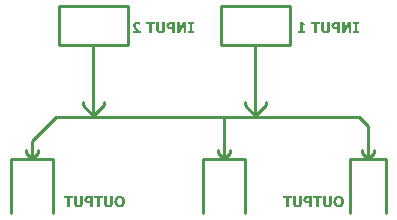
<source format=gbr>
%TF.GenerationSoftware,Altium Limited,Altium Designer,24.4.1 (13)*%
G04 Layer_Color=32896*
%FSLAX45Y45*%
%MOMM*%
%TF.SameCoordinates,7B1AB626-E082-4622-BD47-E970353866B2*%
%TF.FilePolarity,Positive*%
%TF.FileFunction,Legend,Bot*%
%TF.Part,Single*%
G01*
G75*
%TA.AperFunction,NonConductor*%
%ADD20C,0.25400*%
G36*
X7597616Y12033441D02*
X7600474Y12033250D01*
X7603141Y12032869D01*
X7605522Y12032583D01*
X7606665Y12032393D01*
X7607618Y12032202D01*
X7608475Y12032012D01*
X7609237Y12031821D01*
X7609808Y12031726D01*
X7610285Y12031631D01*
X7610570Y12031536D01*
X7610665D01*
X7612189Y12031154D01*
X7613523Y12030869D01*
X7614857Y12030488D01*
X7616095Y12030107D01*
X7617142Y12029821D01*
X7618095Y12029535D01*
X7619048Y12029154D01*
X7619809Y12028964D01*
X7620476Y12028678D01*
X7621143Y12028392D01*
X7622000Y12028011D01*
X7622572Y12027821D01*
X7622762Y12027726D01*
Y12007818D01*
X7621048D01*
X7620571Y12008104D01*
X7620000Y12008390D01*
X7618952Y12009152D01*
X7618476Y12009437D01*
X7618095Y12009723D01*
X7617809Y12009818D01*
X7617714Y12009914D01*
X7615904Y12011057D01*
X7614952Y12011533D01*
X7614095Y12012009D01*
X7613428Y12012295D01*
X7612761Y12012581D01*
X7612380Y12012771D01*
X7612285Y12012866D01*
X7609999Y12013819D01*
X7608951Y12014105D01*
X7607998Y12014486D01*
X7607141Y12014676D01*
X7606570Y12014867D01*
X7606094Y12015057D01*
X7605998D01*
X7603617Y12015629D01*
X7602569Y12015819D01*
X7601521Y12015914D01*
X7600664Y12016010D01*
X7599426D01*
X7596949Y12015819D01*
X7594854Y12015438D01*
X7593044Y12014962D01*
X7591520Y12014295D01*
X7590282Y12013628D01*
X7589425Y12013152D01*
X7588948Y12012771D01*
X7588758Y12012581D01*
X7587425Y12011152D01*
X7586472Y12009628D01*
X7585805Y12007913D01*
X7585329Y12006390D01*
X7585043Y12004866D01*
X7584948Y12004294D01*
Y12003723D01*
X7584853Y12003341D01*
Y12002961D01*
Y12002770D01*
Y12002675D01*
X7584948Y12000579D01*
X7585329Y11998579D01*
X7585805Y11996674D01*
X7586377Y11995055D01*
X7586948Y11993626D01*
X7587234Y11993054D01*
X7587425Y11992578D01*
X7587615Y11992197D01*
X7587805Y11991911D01*
X7587901Y11991721D01*
Y11991626D01*
X7589234Y11989530D01*
X7590663Y11987435D01*
X7592282Y11985339D01*
X7593901Y11983434D01*
X7595330Y11981720D01*
X7595997Y11980958D01*
X7596568Y11980386D01*
X7596949Y11979815D01*
X7597330Y11979434D01*
X7597521Y11979243D01*
X7597616Y11979148D01*
X7599617Y11977053D01*
X7601712Y11975052D01*
X7603712Y11973147D01*
X7605617Y11971337D01*
X7607237Y11969813D01*
X7607998Y11969242D01*
X7608570Y11968671D01*
X7609046Y11968194D01*
X7609427Y11967908D01*
X7609618Y11967718D01*
X7609713Y11967623D01*
X7612285Y11965337D01*
X7614952Y11963146D01*
X7617524Y11960955D01*
X7619905Y11958955D01*
X7620952Y11958098D01*
X7621905Y11957336D01*
X7622762Y11956574D01*
X7623524Y11956002D01*
X7624096Y11955526D01*
X7624572Y11955145D01*
X7624858Y11954954D01*
X7624953Y11954859D01*
Y11939905D01*
X7557516D01*
Y11957241D01*
X7596473D01*
X7595425Y11958003D01*
X7594282Y11958860D01*
X7593044Y11959907D01*
X7591806Y11960860D01*
X7590663Y11961813D01*
X7589710Y11962574D01*
X7589329Y11962860D01*
X7589044Y11963051D01*
X7588948Y11963241D01*
X7588853D01*
X7586853Y11964861D01*
X7584948Y11966575D01*
X7583138Y11968194D01*
X7581519Y11969718D01*
X7580090Y11971052D01*
X7579519Y11971623D01*
X7579042Y11972100D01*
X7578661Y11972481D01*
X7578376Y11972766D01*
X7578185Y11972957D01*
X7578090Y11973052D01*
X7576471Y11974671D01*
X7575042Y11976386D01*
X7573613Y11977910D01*
X7572375Y11979434D01*
X7571232Y11980958D01*
X7570184Y11982291D01*
X7569232Y11983625D01*
X7568470Y11984768D01*
X7567708Y11985911D01*
X7567136Y11986863D01*
X7566565Y11987721D01*
X7566184Y11988483D01*
X7565803Y11989054D01*
X7565612Y11989435D01*
X7565422Y11989721D01*
Y11989816D01*
X7564088Y11992769D01*
X7563136Y11995626D01*
X7562469Y11998293D01*
X7561993Y12000674D01*
X7561802Y12001817D01*
X7561707Y12002770D01*
X7561612Y12003627D01*
Y12004294D01*
X7561517Y12004961D01*
Y12005342D01*
Y12005627D01*
Y12005723D01*
X7561612Y12008104D01*
X7561898Y12010390D01*
X7562278Y12012486D01*
X7562850Y12014486D01*
X7563517Y12016296D01*
X7564184Y12018010D01*
X7564945Y12019534D01*
X7565708Y12020963D01*
X7566565Y12022106D01*
X7567327Y12023249D01*
X7567994Y12024106D01*
X7568660Y12024868D01*
X7569232Y12025440D01*
X7569613Y12025821D01*
X7569898Y12026106D01*
X7569994Y12026201D01*
X7571613Y12027535D01*
X7573423Y12028583D01*
X7575423Y12029631D01*
X7577423Y12030488D01*
X7579424Y12031154D01*
X7581519Y12031726D01*
X7583519Y12032202D01*
X7585519Y12032583D01*
X7587425Y12032964D01*
X7589139Y12033155D01*
X7590663Y12033345D01*
X7592092Y12033441D01*
X7593235Y12033536D01*
X7594759D01*
X7597616Y12033441D01*
D02*
G37*
G36*
X8012430Y11939905D02*
X7991380D01*
Y12003818D01*
X7956042Y11939905D01*
X7933849D01*
Y12031631D01*
X7954899D01*
Y11979053D01*
X7984236Y12031631D01*
X8012430D01*
Y11939905D01*
D02*
G37*
G36*
X7833550Y11972957D02*
X7833455Y11969813D01*
X7833074Y11966956D01*
X7832598Y11964194D01*
X7832027Y11961622D01*
X7831264Y11959336D01*
X7830407Y11957145D01*
X7829550Y11955240D01*
X7828597Y11953526D01*
X7827645Y11951906D01*
X7826788Y11950573D01*
X7825930Y11949430D01*
X7825168Y11948573D01*
X7824597Y11947811D01*
X7824025Y11947239D01*
X7823740Y11946953D01*
X7823644Y11946858D01*
X7821644Y11945334D01*
X7819549Y11943906D01*
X7817263Y11942763D01*
X7814977Y11941715D01*
X7812595Y11940857D01*
X7810214Y11940191D01*
X7807928Y11939619D01*
X7805642Y11939143D01*
X7803547Y11938762D01*
X7801547Y11938476D01*
X7799737Y11938286D01*
X7798213Y11938095D01*
X7796974D01*
X7796022Y11938000D01*
X7795165D01*
X7791736Y11938095D01*
X7788497Y11938381D01*
X7785449Y11938857D01*
X7782592Y11939429D01*
X7780020Y11940096D01*
X7777734Y11940857D01*
X7775543Y11941715D01*
X7773638Y11942572D01*
X7771924Y11943334D01*
X7770495Y11944191D01*
X7769257Y11944953D01*
X7768209Y11945620D01*
X7767447Y11946191D01*
X7766875Y11946668D01*
X7766494Y11946953D01*
X7766399Y11947049D01*
X7764685Y11948858D01*
X7763161Y11950763D01*
X7761923Y11952859D01*
X7760779Y11954954D01*
X7759827Y11957050D01*
X7759065Y11959241D01*
X7758398Y11961431D01*
X7757922Y11963432D01*
X7757541Y11965432D01*
X7757160Y11967242D01*
X7756969Y11968861D01*
X7756874Y11970290D01*
X7756779Y11971433D01*
X7756684Y11972290D01*
Y11972861D01*
Y11973052D01*
Y12031631D01*
X7779734D01*
Y11974386D01*
Y11972576D01*
X7779925Y11970956D01*
X7780115Y11969337D01*
X7780306Y11968004D01*
X7780591Y11966670D01*
X7780973Y11965527D01*
X7781258Y11964384D01*
X7781639Y11963527D01*
X7782020Y11962670D01*
X7782306Y11961908D01*
X7782687Y11961336D01*
X7782973Y11960860D01*
X7783163Y11960479D01*
X7783354Y11960193D01*
X7783544Y11960098D01*
Y11960003D01*
X7784306Y11959241D01*
X7785068Y11958574D01*
X7786878Y11957431D01*
X7788878Y11956669D01*
X7790783Y11956097D01*
X7792498Y11955812D01*
X7793260Y11955621D01*
X7793831D01*
X7794403Y11955526D01*
X7795165D01*
X7796689Y11955621D01*
X7798022Y11955716D01*
X7799260Y11956002D01*
X7800499Y11956288D01*
X7801547Y11956574D01*
X7802499Y11957050D01*
X7803356Y11957431D01*
X7804118Y11957907D01*
X7804785Y11958288D01*
X7805357Y11958764D01*
X7806309Y11959431D01*
X7806785Y11960003D01*
X7806976Y11960098D01*
Y11960193D01*
X7807547Y11961146D01*
X7808119Y11962193D01*
X7808976Y11964384D01*
X7809643Y11966766D01*
X7810024Y11969051D01*
X7810214Y11970099D01*
X7810309Y11971147D01*
X7810405Y11972004D01*
Y11972861D01*
X7810500Y11973433D01*
Y11974004D01*
Y11974290D01*
Y11974386D01*
Y12031631D01*
X7833550D01*
Y11972957D01*
D02*
G37*
G36*
X8077200Y12015629D02*
X8064055D01*
Y11955907D01*
X8077200D01*
Y11939905D01*
X8027860D01*
Y11955907D01*
X8041005D01*
Y12015629D01*
X8027860D01*
Y12031631D01*
X8077200D01*
Y12015629D01*
D02*
G37*
G36*
X7915180Y11939905D02*
X7892129D01*
Y11969909D01*
X7878318D01*
X7876604Y11970004D01*
X7875175Y11970194D01*
X7873841Y11970290D01*
X7872794Y11970480D01*
X7871936Y11970576D01*
X7871460Y11970671D01*
X7871269D01*
X7869841Y11970956D01*
X7868412Y11971337D01*
X7867174Y11971718D01*
X7866031Y11972100D01*
X7865174Y11972385D01*
X7864411Y11972671D01*
X7864030Y11972766D01*
X7863840Y11972861D01*
X7862602Y11973433D01*
X7861459Y11974004D01*
X7860411Y11974576D01*
X7859554Y11975147D01*
X7858792Y11975624D01*
X7858220Y11976005D01*
X7857839Y11976195D01*
X7857744Y11976291D01*
X7855744Y11977910D01*
X7854791Y11978672D01*
X7854029Y11979338D01*
X7853363Y11979910D01*
X7852886Y11980386D01*
X7852600Y11980672D01*
X7852505Y11980767D01*
X7851172Y11982291D01*
X7850029Y11983911D01*
X7848981Y11985530D01*
X7848124Y11987054D01*
X7847552Y11988387D01*
X7847076Y11989435D01*
X7846885Y11989816D01*
X7846790Y11990102D01*
X7846695Y11990292D01*
Y11990387D01*
X7846028Y11992578D01*
X7845457Y11994769D01*
X7845076Y11996864D01*
X7844885Y11998674D01*
X7844695Y12000293D01*
Y12000960D01*
X7844599Y12001532D01*
Y12002008D01*
Y12002389D01*
Y12002580D01*
Y12002675D01*
X7844695Y12005532D01*
X7845076Y12008104D01*
X7845457Y12010485D01*
X7846028Y12012486D01*
X7846314Y12013343D01*
X7846504Y12014105D01*
X7846790Y12014771D01*
X7846981Y12015248D01*
X7847171Y12015724D01*
X7847362Y12016010D01*
X7847457Y12016200D01*
Y12016296D01*
X7848600Y12018391D01*
X7849934Y12020201D01*
X7851267Y12021820D01*
X7852505Y12023058D01*
X7853648Y12024106D01*
X7854601Y12024868D01*
X7854982Y12025154D01*
X7855267Y12025344D01*
X7855363Y12025535D01*
X7855458D01*
X7857268Y12026678D01*
X7859077Y12027535D01*
X7860792Y12028392D01*
X7862411Y12028964D01*
X7863840Y12029535D01*
X7864411Y12029726D01*
X7864983Y12029821D01*
X7865364Y12029916D01*
X7865650Y12030011D01*
X7865840Y12030107D01*
X7865935D01*
X7868126Y12030583D01*
X7870507Y12030964D01*
X7872794Y12031250D01*
X7874889Y12031440D01*
X7875937Y12031536D01*
X7876794D01*
X7877651Y12031631D01*
X7915180D01*
Y11939905D01*
D02*
G37*
G36*
X7748492Y12014105D02*
X7721346D01*
Y11939905D01*
X7698295D01*
Y12014105D01*
X7671149D01*
Y12031631D01*
X7748492D01*
Y12014105D01*
D02*
G37*
G36*
X9409430Y11939905D02*
X9388380D01*
Y12003818D01*
X9353042Y11939905D01*
X9330849D01*
Y12031631D01*
X9351899D01*
Y11979053D01*
X9381236Y12031631D01*
X9409430D01*
Y11939905D01*
D02*
G37*
G36*
X9230550Y11972957D02*
X9230455Y11969813D01*
X9230074Y11966956D01*
X9229598Y11964194D01*
X9229026Y11961622D01*
X9228265Y11959336D01*
X9227407Y11957145D01*
X9226550Y11955240D01*
X9225598Y11953526D01*
X9224645Y11951906D01*
X9223788Y11950573D01*
X9222930Y11949430D01*
X9222168Y11948573D01*
X9221597Y11947811D01*
X9221025Y11947239D01*
X9220740Y11946953D01*
X9220645Y11946858D01*
X9218644Y11945334D01*
X9216549Y11943906D01*
X9214263Y11942763D01*
X9211977Y11941715D01*
X9209595Y11940857D01*
X9207214Y11940191D01*
X9204928Y11939619D01*
X9202642Y11939143D01*
X9200547Y11938762D01*
X9198546Y11938476D01*
X9196737Y11938286D01*
X9195213Y11938095D01*
X9193975D01*
X9193022Y11938000D01*
X9192165D01*
X9188736Y11938095D01*
X9185497Y11938381D01*
X9182449Y11938857D01*
X9179592Y11939429D01*
X9177020Y11940096D01*
X9174734Y11940857D01*
X9172543Y11941715D01*
X9170638Y11942572D01*
X9168924Y11943334D01*
X9167495Y11944191D01*
X9166257Y11944953D01*
X9165209Y11945620D01*
X9164447Y11946191D01*
X9163875Y11946668D01*
X9163495Y11946953D01*
X9163399Y11947049D01*
X9161685Y11948858D01*
X9160161Y11950763D01*
X9158922Y11952859D01*
X9157779Y11954954D01*
X9156827Y11957050D01*
X9156065Y11959241D01*
X9155398Y11961431D01*
X9154922Y11963432D01*
X9154541Y11965432D01*
X9154160Y11967242D01*
X9153969Y11968861D01*
X9153874Y11970290D01*
X9153779Y11971433D01*
X9153684Y11972290D01*
Y11972861D01*
Y11973052D01*
Y12031631D01*
X9176734D01*
Y11974386D01*
Y11972576D01*
X9176925Y11970956D01*
X9177115Y11969337D01*
X9177306Y11968004D01*
X9177591Y11966670D01*
X9177972Y11965527D01*
X9178258Y11964384D01*
X9178639Y11963527D01*
X9179020Y11962670D01*
X9179306Y11961908D01*
X9179687Y11961336D01*
X9179973Y11960860D01*
X9180163Y11960479D01*
X9180354Y11960193D01*
X9180544Y11960098D01*
Y11960003D01*
X9181306Y11959241D01*
X9182068Y11958574D01*
X9183878Y11957431D01*
X9185878Y11956669D01*
X9187783Y11956097D01*
X9189498Y11955812D01*
X9190260Y11955621D01*
X9190831D01*
X9191403Y11955526D01*
X9192165D01*
X9193689Y11955621D01*
X9195022Y11955716D01*
X9196260Y11956002D01*
X9197499Y11956288D01*
X9198546Y11956574D01*
X9199499Y11957050D01*
X9200356Y11957431D01*
X9201118Y11957907D01*
X9201785Y11958288D01*
X9202356Y11958764D01*
X9203309Y11959431D01*
X9203785Y11960003D01*
X9203976Y11960098D01*
Y11960193D01*
X9204547Y11961146D01*
X9205119Y11962193D01*
X9205976Y11964384D01*
X9206643Y11966766D01*
X9207024Y11969051D01*
X9207214Y11970099D01*
X9207309Y11971147D01*
X9207405Y11972004D01*
Y11972861D01*
X9207500Y11973433D01*
Y11974004D01*
Y11974290D01*
Y11974386D01*
Y12031631D01*
X9230550D01*
Y11972957D01*
D02*
G37*
G36*
X9474200Y12015629D02*
X9461055D01*
Y11955907D01*
X9474200D01*
Y11939905D01*
X9424860D01*
Y11955907D01*
X9438005D01*
Y12015629D01*
X9424860D01*
Y12031631D01*
X9474200D01*
Y12015629D01*
D02*
G37*
G36*
X9312180Y11939905D02*
X9289129D01*
Y11969909D01*
X9275318D01*
X9273604Y11970004D01*
X9272175Y11970194D01*
X9270841Y11970290D01*
X9269794Y11970480D01*
X9268936Y11970576D01*
X9268460Y11970671D01*
X9268269D01*
X9266841Y11970956D01*
X9265412Y11971337D01*
X9264174Y11971718D01*
X9263031Y11972100D01*
X9262174Y11972385D01*
X9261411Y11972671D01*
X9261030Y11972766D01*
X9260840Y11972861D01*
X9259602Y11973433D01*
X9258459Y11974004D01*
X9257411Y11974576D01*
X9256554Y11975147D01*
X9255792Y11975624D01*
X9255220Y11976005D01*
X9254839Y11976195D01*
X9254744Y11976291D01*
X9252744Y11977910D01*
X9251791Y11978672D01*
X9251029Y11979338D01*
X9250362Y11979910D01*
X9249886Y11980386D01*
X9249600Y11980672D01*
X9249505Y11980767D01*
X9248172Y11982291D01*
X9247029Y11983911D01*
X9245981Y11985530D01*
X9245124Y11987054D01*
X9244552Y11988387D01*
X9244076Y11989435D01*
X9243885Y11989816D01*
X9243790Y11990102D01*
X9243695Y11990292D01*
Y11990387D01*
X9243028Y11992578D01*
X9242457Y11994769D01*
X9242076Y11996864D01*
X9241885Y11998674D01*
X9241695Y12000293D01*
Y12000960D01*
X9241599Y12001532D01*
Y12002008D01*
Y12002389D01*
Y12002580D01*
Y12002675D01*
X9241695Y12005532D01*
X9242076Y12008104D01*
X9242457Y12010485D01*
X9243028Y12012486D01*
X9243314Y12013343D01*
X9243505Y12014105D01*
X9243790Y12014771D01*
X9243981Y12015248D01*
X9244171Y12015724D01*
X9244362Y12016010D01*
X9244457Y12016200D01*
Y12016296D01*
X9245600Y12018391D01*
X9246934Y12020201D01*
X9248267Y12021820D01*
X9249505Y12023058D01*
X9250648Y12024106D01*
X9251601Y12024868D01*
X9251982Y12025154D01*
X9252268Y12025344D01*
X9252363Y12025535D01*
X9252458D01*
X9254268Y12026678D01*
X9256078Y12027535D01*
X9257792Y12028392D01*
X9259411Y12028964D01*
X9260840Y12029535D01*
X9261411Y12029726D01*
X9261983Y12029821D01*
X9262364Y12029916D01*
X9262650Y12030011D01*
X9262840Y12030107D01*
X9262935D01*
X9265126Y12030583D01*
X9267508Y12030964D01*
X9269794Y12031250D01*
X9271889Y12031440D01*
X9272937Y12031536D01*
X9273794D01*
X9274651Y12031631D01*
X9312180D01*
Y11939905D01*
D02*
G37*
G36*
X9145492Y12014105D02*
X9118346D01*
Y11939905D01*
X9095295D01*
Y12014105D01*
X9068149D01*
Y12031631D01*
X9145492D01*
Y12014105D01*
D02*
G37*
G36*
X8997855Y12030583D02*
X8998140Y12029345D01*
X8998426Y12028297D01*
X8998712Y12027440D01*
X8998998Y12026678D01*
X8999283Y12026201D01*
X8999474Y12025821D01*
X8999569Y12025725D01*
X9000236Y12024868D01*
X9000998Y12024106D01*
X9001760Y12023344D01*
X9002427Y12022773D01*
X9003093Y12022296D01*
X9003665Y12022011D01*
X9004046Y12021820D01*
X9004141Y12021725D01*
X9005189Y12021248D01*
X9006237Y12020963D01*
X9007380Y12020582D01*
X9008523Y12020391D01*
X9009475Y12020201D01*
X9010237Y12020010D01*
X9010713Y12019915D01*
X9010904D01*
X9012428Y12019724D01*
X9013952Y12019629D01*
X9015381Y12019534D01*
X9016619D01*
X9017762Y12019439D01*
X9019286D01*
Y12004484D01*
X8999950D01*
Y11955907D01*
X9019286D01*
Y11939905D01*
X8958612D01*
Y11955907D01*
X8977566D01*
Y12031916D01*
X8997759D01*
X8997855Y12030583D01*
D02*
G37*
G36*
X7391749Y10499757D02*
X7391654Y10496613D01*
X7391273Y10493756D01*
X7390797Y10490994D01*
X7390225Y10488422D01*
X7389463Y10486136D01*
X7388606Y10483945D01*
X7387749Y10482040D01*
X7386796Y10480326D01*
X7385844Y10478706D01*
X7384987Y10477373D01*
X7384129Y10476230D01*
X7383367Y10475373D01*
X7382796Y10474611D01*
X7382224Y10474039D01*
X7381938Y10473753D01*
X7381843Y10473658D01*
X7379843Y10472134D01*
X7377747Y10470705D01*
X7375462Y10469563D01*
X7373175Y10468515D01*
X7370794Y10467657D01*
X7368413Y10466991D01*
X7366127Y10466419D01*
X7363841Y10465943D01*
X7361745Y10465562D01*
X7359745Y10465276D01*
X7357935Y10465086D01*
X7356412Y10464895D01*
X7355173D01*
X7354221Y10464800D01*
X7353364D01*
X7349934Y10464895D01*
X7346696Y10465181D01*
X7343648Y10465657D01*
X7340790Y10466229D01*
X7338219Y10466895D01*
X7335933Y10467657D01*
X7333742Y10468515D01*
X7331837Y10469372D01*
X7330123Y10470134D01*
X7328694Y10470991D01*
X7327455Y10471753D01*
X7326408Y10472420D01*
X7325646Y10472991D01*
X7325074Y10473468D01*
X7324693Y10473753D01*
X7324598Y10473849D01*
X7322884Y10475659D01*
X7321359Y10477563D01*
X7320121Y10479659D01*
X7318978Y10481754D01*
X7318026Y10483850D01*
X7317264Y10486041D01*
X7316597Y10488231D01*
X7316121Y10490232D01*
X7315740Y10492232D01*
X7315359Y10494042D01*
X7315168Y10495661D01*
X7315073Y10497090D01*
X7314978Y10498233D01*
X7314883Y10499090D01*
Y10499661D01*
Y10499852D01*
Y10558431D01*
X7337933D01*
Y10501186D01*
Y10499376D01*
X7338124Y10497756D01*
X7338314Y10496137D01*
X7338504Y10494804D01*
X7338790Y10493470D01*
X7339171Y10492327D01*
X7339457Y10491184D01*
X7339838Y10490327D01*
X7340219Y10489470D01*
X7340505Y10488708D01*
X7340886Y10488136D01*
X7341172Y10487660D01*
X7341362Y10487279D01*
X7341553Y10486993D01*
X7341743Y10486898D01*
Y10486803D01*
X7342505Y10486041D01*
X7343267Y10485374D01*
X7345077Y10484231D01*
X7347077Y10483469D01*
X7348982Y10482897D01*
X7350697Y10482612D01*
X7351458Y10482421D01*
X7352030D01*
X7352602Y10482326D01*
X7353364D01*
X7354887Y10482421D01*
X7356221Y10482516D01*
X7357459Y10482802D01*
X7358697Y10483088D01*
X7359745Y10483374D01*
X7360698Y10483850D01*
X7361555Y10484231D01*
X7362317Y10484707D01*
X7362984Y10485088D01*
X7363555Y10485564D01*
X7364508Y10486231D01*
X7364984Y10486803D01*
X7365174Y10486898D01*
Y10486993D01*
X7365746Y10487946D01*
X7366317Y10488993D01*
X7367175Y10491184D01*
X7367842Y10493566D01*
X7368223Y10495851D01*
X7368413Y10496899D01*
X7368508Y10497947D01*
X7368604Y10498804D01*
Y10499661D01*
X7368699Y10500233D01*
Y10500804D01*
Y10501090D01*
Y10501186D01*
Y10558431D01*
X7391749D01*
Y10499757D01*
D02*
G37*
G36*
X7138289D02*
X7138194Y10496613D01*
X7137813Y10493756D01*
X7137337Y10490994D01*
X7136765Y10488422D01*
X7136003Y10486136D01*
X7135146Y10483945D01*
X7134288Y10482040D01*
X7133336Y10480326D01*
X7132384Y10478706D01*
X7131526Y10477373D01*
X7130669Y10476230D01*
X7129907Y10475373D01*
X7129335Y10474611D01*
X7128764Y10474039D01*
X7128478Y10473753D01*
X7128383Y10473658D01*
X7126383Y10472134D01*
X7124287Y10470705D01*
X7122001Y10469563D01*
X7119715Y10468515D01*
X7117334Y10467657D01*
X7114953Y10466991D01*
X7112667Y10466419D01*
X7110381Y10465943D01*
X7108285Y10465562D01*
X7106285Y10465276D01*
X7104475Y10465086D01*
X7102951Y10464895D01*
X7101713D01*
X7100760Y10464800D01*
X7099903D01*
X7096474Y10464895D01*
X7093236Y10465181D01*
X7090188Y10465657D01*
X7087330Y10466229D01*
X7084758Y10466895D01*
X7082473Y10467657D01*
X7080282Y10468515D01*
X7078377Y10469372D01*
X7076662Y10470134D01*
X7075234Y10470991D01*
X7073995Y10471753D01*
X7072947Y10472420D01*
X7072185Y10472991D01*
X7071614Y10473468D01*
X7071233Y10473753D01*
X7071138Y10473849D01*
X7069423Y10475659D01*
X7067899Y10477563D01*
X7066661Y10479659D01*
X7065518Y10481754D01*
X7064565Y10483850D01*
X7063804Y10486041D01*
X7063137Y10488231D01*
X7062660Y10490232D01*
X7062279Y10492232D01*
X7061898Y10494042D01*
X7061708Y10495661D01*
X7061613Y10497090D01*
X7061517Y10498233D01*
X7061422Y10499090D01*
Y10499661D01*
Y10499852D01*
Y10558431D01*
X7084473D01*
Y10501186D01*
Y10499376D01*
X7084663Y10497756D01*
X7084854Y10496137D01*
X7085044Y10494804D01*
X7085330Y10493470D01*
X7085711Y10492327D01*
X7085997Y10491184D01*
X7086378Y10490327D01*
X7086759Y10489470D01*
X7087044Y10488708D01*
X7087425Y10488136D01*
X7087711Y10487660D01*
X7087902Y10487279D01*
X7088092Y10486993D01*
X7088283Y10486898D01*
Y10486803D01*
X7089045Y10486041D01*
X7089807Y10485374D01*
X7091617Y10484231D01*
X7093617Y10483469D01*
X7095522Y10482897D01*
X7097236Y10482612D01*
X7097998Y10482421D01*
X7098570D01*
X7099141Y10482326D01*
X7099903D01*
X7101427Y10482421D01*
X7102761Y10482516D01*
X7103999Y10482802D01*
X7105237Y10483088D01*
X7106285Y10483374D01*
X7107237Y10483850D01*
X7108095Y10484231D01*
X7108857Y10484707D01*
X7109524Y10485088D01*
X7110095Y10485564D01*
X7111047Y10486231D01*
X7111524Y10486803D01*
X7111714Y10486898D01*
Y10486993D01*
X7112286Y10487946D01*
X7112857Y10488993D01*
X7113714Y10491184D01*
X7114381Y10493566D01*
X7114762Y10495851D01*
X7114953Y10496899D01*
X7115048Y10497947D01*
X7115143Y10498804D01*
Y10499661D01*
X7115238Y10500233D01*
Y10500804D01*
Y10501090D01*
Y10501186D01*
Y10558431D01*
X7138289D01*
Y10499757D01*
D02*
G37*
G36*
X7306691Y10540905D02*
X7279545D01*
Y10466705D01*
X7256494D01*
Y10540905D01*
X7229348D01*
Y10558431D01*
X7306691D01*
Y10540905D01*
D02*
G37*
G36*
X7219918Y10466705D02*
X7196868D01*
Y10496709D01*
X7183057D01*
X7181342Y10496804D01*
X7179913Y10496994D01*
X7178580Y10497090D01*
X7177532Y10497280D01*
X7176675Y10497376D01*
X7176198Y10497471D01*
X7176008D01*
X7174579Y10497756D01*
X7173150Y10498137D01*
X7171912Y10498518D01*
X7170769Y10498899D01*
X7169912Y10499185D01*
X7169150Y10499471D01*
X7168769Y10499566D01*
X7168578Y10499661D01*
X7167340Y10500233D01*
X7166197Y10500804D01*
X7165149Y10501376D01*
X7164292Y10501947D01*
X7163530Y10502424D01*
X7162959Y10502805D01*
X7162578Y10502995D01*
X7162483Y10503091D01*
X7160482Y10504710D01*
X7159530Y10505472D01*
X7158768Y10506138D01*
X7158101Y10506710D01*
X7157625Y10507186D01*
X7157339Y10507472D01*
X7157244Y10507567D01*
X7155910Y10509091D01*
X7154767Y10510711D01*
X7153719Y10512330D01*
X7152862Y10513854D01*
X7152291Y10515187D01*
X7151814Y10516235D01*
X7151624Y10516616D01*
X7151529Y10516902D01*
X7151434Y10517092D01*
Y10517188D01*
X7150767Y10519378D01*
X7150195Y10521569D01*
X7149814Y10523664D01*
X7149624Y10525474D01*
X7149433Y10527093D01*
Y10527760D01*
X7149338Y10528332D01*
Y10528808D01*
Y10529189D01*
Y10529379D01*
Y10529475D01*
X7149433Y10532332D01*
X7149814Y10534904D01*
X7150195Y10537285D01*
X7150767Y10539286D01*
X7151053Y10540143D01*
X7151243Y10540905D01*
X7151529Y10541571D01*
X7151719Y10542048D01*
X7151910Y10542524D01*
X7152100Y10542810D01*
X7152195Y10543000D01*
Y10543096D01*
X7153338Y10545191D01*
X7154672Y10547001D01*
X7156005Y10548620D01*
X7157244Y10549858D01*
X7158387Y10550906D01*
X7159339Y10551668D01*
X7159720Y10551954D01*
X7160006Y10552144D01*
X7160101Y10552335D01*
X7160197D01*
X7162006Y10553478D01*
X7163816Y10554335D01*
X7165530Y10555192D01*
X7167150Y10555764D01*
X7168578Y10556335D01*
X7169150Y10556526D01*
X7169721Y10556621D01*
X7170103Y10556716D01*
X7170388Y10556811D01*
X7170579Y10556907D01*
X7170674D01*
X7172865Y10557383D01*
X7175246Y10557764D01*
X7177532Y10558050D01*
X7179627Y10558240D01*
X7180675Y10558336D01*
X7181533D01*
X7182390Y10558431D01*
X7219918D01*
Y10466705D01*
D02*
G37*
G36*
X7053231Y10540905D02*
X7026084D01*
Y10466705D01*
X7003034D01*
Y10540905D01*
X6975888D01*
Y10558431D01*
X7053231D01*
Y10540905D01*
D02*
G37*
G36*
X7452424Y10560241D02*
X7455948Y10559764D01*
X7459282Y10559193D01*
X7462425Y10558336D01*
X7465377Y10557383D01*
X7468044Y10556240D01*
X7470521Y10555097D01*
X7472712Y10553954D01*
X7474617Y10552716D01*
X7476331Y10551573D01*
X7477855Y10550430D01*
X7478998Y10549477D01*
X7479951Y10548620D01*
X7480617Y10548048D01*
X7481094Y10547668D01*
X7481189Y10547477D01*
X7483284Y10545001D01*
X7485094Y10542333D01*
X7486618Y10539476D01*
X7488047Y10536618D01*
X7489190Y10533666D01*
X7490143Y10530808D01*
X7490904Y10527951D01*
X7491476Y10525188D01*
X7492047Y10522617D01*
X7492333Y10520236D01*
X7492619Y10518045D01*
X7492809Y10516140D01*
X7492905Y10514616D01*
Y10514044D01*
X7493000Y10513473D01*
Y10513092D01*
Y10512806D01*
Y10512616D01*
Y10512520D01*
X7492905Y10508520D01*
X7492524Y10504710D01*
X7491952Y10501090D01*
X7491190Y10497756D01*
X7490238Y10494708D01*
X7489285Y10491851D01*
X7488237Y10489184D01*
X7487094Y10486803D01*
X7485952Y10484707D01*
X7484904Y10482897D01*
X7483951Y10481278D01*
X7482999Y10480040D01*
X7482237Y10478992D01*
X7481665Y10478230D01*
X7481284Y10477849D01*
X7481189Y10477659D01*
X7478903Y10475373D01*
X7476427Y10473373D01*
X7473759Y10471658D01*
X7471093Y10470229D01*
X7468425Y10468991D01*
X7465663Y10467943D01*
X7462996Y10467086D01*
X7460424Y10466419D01*
X7458043Y10465848D01*
X7455757Y10465467D01*
X7453757Y10465181D01*
X7452043Y10464990D01*
X7450614Y10464895D01*
X7450042D01*
X7449566Y10464800D01*
X7448614D01*
X7444804Y10464990D01*
X7441279Y10465371D01*
X7437850Y10465943D01*
X7434707Y10466800D01*
X7431849Y10467753D01*
X7429183Y10468800D01*
X7426706Y10469943D01*
X7424515Y10471182D01*
X7422515Y10472325D01*
X7420800Y10473468D01*
X7419372Y10474515D01*
X7418134Y10475468D01*
X7417181Y10476325D01*
X7416514Y10476897D01*
X7416038Y10477373D01*
X7415943Y10477468D01*
X7413847Y10479945D01*
X7412037Y10482612D01*
X7410418Y10485469D01*
X7409085Y10488327D01*
X7407942Y10491279D01*
X7406894Y10494137D01*
X7406132Y10496994D01*
X7405560Y10499757D01*
X7404989Y10502424D01*
X7404703Y10504805D01*
X7404417Y10506996D01*
X7404227Y10508806D01*
X7404132Y10509663D01*
Y10510425D01*
X7404037Y10510996D01*
Y10511568D01*
Y10511949D01*
Y10512234D01*
Y10512425D01*
Y10512520D01*
X7404132Y10516616D01*
X7404513Y10520426D01*
X7405179Y10523950D01*
X7405846Y10527379D01*
X7406799Y10530427D01*
X7407847Y10533380D01*
X7408894Y10535952D01*
X7409942Y10538333D01*
X7411085Y10540428D01*
X7412133Y10542238D01*
X7413180Y10543858D01*
X7414038Y10545096D01*
X7414800Y10546143D01*
X7415467Y10546906D01*
X7415847Y10547286D01*
X7415943Y10547477D01*
X7418229Y10549763D01*
X7420800Y10551763D01*
X7423372Y10553478D01*
X7426039Y10554906D01*
X7428802Y10556145D01*
X7431468Y10557192D01*
X7434135Y10558050D01*
X7436707Y10558716D01*
X7439184Y10559288D01*
X7441374Y10559669D01*
X7443470Y10559955D01*
X7445184Y10560145D01*
X7446613Y10560241D01*
X7447185Y10560336D01*
X7448614D01*
X7452424Y10560241D01*
D02*
G37*
G36*
X9245949Y10499757D02*
X9245854Y10496613D01*
X9245473Y10493756D01*
X9244997Y10490994D01*
X9244425Y10488422D01*
X9243663Y10486136D01*
X9242806Y10483945D01*
X9241949Y10482040D01*
X9240996Y10480326D01*
X9240044Y10478706D01*
X9239186Y10477373D01*
X9238329Y10476230D01*
X9237567Y10475373D01*
X9236996Y10474611D01*
X9236424Y10474039D01*
X9236138Y10473753D01*
X9236043Y10473658D01*
X9234043Y10472134D01*
X9231947Y10470705D01*
X9229661Y10469563D01*
X9227375Y10468515D01*
X9224994Y10467657D01*
X9222613Y10466991D01*
X9220327Y10466419D01*
X9218041Y10465943D01*
X9215945Y10465562D01*
X9213945Y10465276D01*
X9212135Y10465086D01*
X9210611Y10464895D01*
X9209373D01*
X9208421Y10464800D01*
X9207563D01*
X9204134Y10464895D01*
X9200896Y10465181D01*
X9197848Y10465657D01*
X9194990Y10466229D01*
X9192419Y10466895D01*
X9190133Y10467657D01*
X9187942Y10468515D01*
X9186037Y10469372D01*
X9184323Y10470134D01*
X9182894Y10470991D01*
X9181655Y10471753D01*
X9180608Y10472420D01*
X9179846Y10472991D01*
X9179274Y10473468D01*
X9178893Y10473753D01*
X9178798Y10473849D01*
X9177083Y10475659D01*
X9175559Y10477563D01*
X9174321Y10479659D01*
X9173178Y10481754D01*
X9172226Y10483850D01*
X9171464Y10486041D01*
X9170797Y10488231D01*
X9170321Y10490232D01*
X9169940Y10492232D01*
X9169559Y10494042D01*
X9169368Y10495661D01*
X9169273Y10497090D01*
X9169178Y10498233D01*
X9169083Y10499090D01*
Y10499661D01*
Y10499852D01*
Y10558431D01*
X9192133D01*
Y10501186D01*
Y10499376D01*
X9192323Y10497756D01*
X9192514Y10496137D01*
X9192704Y10494804D01*
X9192990Y10493470D01*
X9193371Y10492327D01*
X9193657Y10491184D01*
X9194038Y10490327D01*
X9194419Y10489470D01*
X9194705Y10488708D01*
X9195086Y10488136D01*
X9195371Y10487660D01*
X9195562Y10487279D01*
X9195753Y10486993D01*
X9195943Y10486898D01*
Y10486803D01*
X9196705Y10486041D01*
X9197467Y10485374D01*
X9199277Y10484231D01*
X9201277Y10483469D01*
X9203182Y10482897D01*
X9204896Y10482612D01*
X9205658Y10482421D01*
X9206230D01*
X9206801Y10482326D01*
X9207563D01*
X9209087Y10482421D01*
X9210421Y10482516D01*
X9211659Y10482802D01*
X9212897Y10483088D01*
X9213945Y10483374D01*
X9214898Y10483850D01*
X9215755Y10484231D01*
X9216517Y10484707D01*
X9217184Y10485088D01*
X9217755Y10485564D01*
X9218708Y10486231D01*
X9219184Y10486803D01*
X9219374Y10486898D01*
Y10486993D01*
X9219946Y10487946D01*
X9220517Y10488993D01*
X9221375Y10491184D01*
X9222041Y10493566D01*
X9222423Y10495851D01*
X9222613Y10496899D01*
X9222708Y10497947D01*
X9222803Y10498804D01*
Y10499661D01*
X9222899Y10500233D01*
Y10500804D01*
Y10501090D01*
Y10501186D01*
Y10558431D01*
X9245949D01*
Y10499757D01*
D02*
G37*
G36*
X8992489D02*
X8992394Y10496613D01*
X8992013Y10493756D01*
X8991536Y10490994D01*
X8990965Y10488422D01*
X8990203Y10486136D01*
X8989346Y10483945D01*
X8988488Y10482040D01*
X8987536Y10480326D01*
X8986584Y10478706D01*
X8985726Y10477373D01*
X8984869Y10476230D01*
X8984107Y10475373D01*
X8983535Y10474611D01*
X8982964Y10474039D01*
X8982678Y10473753D01*
X8982583Y10473658D01*
X8980583Y10472134D01*
X8978487Y10470705D01*
X8976201Y10469563D01*
X8973915Y10468515D01*
X8971534Y10467657D01*
X8969153Y10466991D01*
X8966867Y10466419D01*
X8964581Y10465943D01*
X8962485Y10465562D01*
X8960485Y10465276D01*
X8958675Y10465086D01*
X8957151Y10464895D01*
X8955913D01*
X8954960Y10464800D01*
X8954103D01*
X8950674Y10464895D01*
X8947436Y10465181D01*
X8944388Y10465657D01*
X8941530Y10466229D01*
X8938958Y10466895D01*
X8936673Y10467657D01*
X8934482Y10468515D01*
X8932577Y10469372D01*
X8930862Y10470134D01*
X8929434Y10470991D01*
X8928195Y10471753D01*
X8927147Y10472420D01*
X8926385Y10472991D01*
X8925814Y10473468D01*
X8925433Y10473753D01*
X8925338Y10473849D01*
X8923623Y10475659D01*
X8922099Y10477563D01*
X8920861Y10479659D01*
X8919718Y10481754D01*
X8918765Y10483850D01*
X8918004Y10486041D01*
X8917337Y10488231D01*
X8916860Y10490232D01*
X8916479Y10492232D01*
X8916098Y10494042D01*
X8915908Y10495661D01*
X8915813Y10497090D01*
X8915717Y10498233D01*
X8915622Y10499090D01*
Y10499661D01*
Y10499852D01*
Y10558431D01*
X8938673D01*
Y10501186D01*
Y10499376D01*
X8938863Y10497756D01*
X8939054Y10496137D01*
X8939244Y10494804D01*
X8939530Y10493470D01*
X8939911Y10492327D01*
X8940197Y10491184D01*
X8940578Y10490327D01*
X8940959Y10489470D01*
X8941244Y10488708D01*
X8941625Y10488136D01*
X8941911Y10487660D01*
X8942102Y10487279D01*
X8942292Y10486993D01*
X8942483Y10486898D01*
Y10486803D01*
X8943245Y10486041D01*
X8944007Y10485374D01*
X8945816Y10484231D01*
X8947817Y10483469D01*
X8949722Y10482897D01*
X8951436Y10482612D01*
X8952198Y10482421D01*
X8952770D01*
X8953341Y10482326D01*
X8954103D01*
X8955627Y10482421D01*
X8956961Y10482516D01*
X8958199Y10482802D01*
X8959437Y10483088D01*
X8960485Y10483374D01*
X8961437Y10483850D01*
X8962295Y10484231D01*
X8963057Y10484707D01*
X8963724Y10485088D01*
X8964295Y10485564D01*
X8965247Y10486231D01*
X8965724Y10486803D01*
X8965914Y10486898D01*
Y10486993D01*
X8966486Y10487946D01*
X8967057Y10488993D01*
X8967914Y10491184D01*
X8968581Y10493566D01*
X8968962Y10495851D01*
X8969153Y10496899D01*
X8969248Y10497947D01*
X8969343Y10498804D01*
Y10499661D01*
X8969438Y10500233D01*
Y10500804D01*
Y10501090D01*
Y10501186D01*
Y10558431D01*
X8992489D01*
Y10499757D01*
D02*
G37*
G36*
X9160891Y10540905D02*
X9133745D01*
Y10466705D01*
X9110694D01*
Y10540905D01*
X9083548D01*
Y10558431D01*
X9160891D01*
Y10540905D01*
D02*
G37*
G36*
X9074118Y10466705D02*
X9051068D01*
Y10496709D01*
X9037256D01*
X9035542Y10496804D01*
X9034113Y10496994D01*
X9032780Y10497090D01*
X9031732Y10497280D01*
X9030875Y10497376D01*
X9030398Y10497471D01*
X9030208D01*
X9028779Y10497756D01*
X9027351Y10498137D01*
X9026112Y10498518D01*
X9024969Y10498899D01*
X9024112Y10499185D01*
X9023350Y10499471D01*
X9022969Y10499566D01*
X9022778Y10499661D01*
X9021540Y10500233D01*
X9020397Y10500804D01*
X9019349Y10501376D01*
X9018492Y10501947D01*
X9017730Y10502424D01*
X9017159Y10502805D01*
X9016778Y10502995D01*
X9016683Y10503091D01*
X9014682Y10504710D01*
X9013730Y10505472D01*
X9012968Y10506138D01*
X9012301Y10506710D01*
X9011825Y10507186D01*
X9011539Y10507472D01*
X9011444Y10507567D01*
X9010110Y10509091D01*
X9008967Y10510711D01*
X9007919Y10512330D01*
X9007062Y10513854D01*
X9006491Y10515187D01*
X9006014Y10516235D01*
X9005824Y10516616D01*
X9005729Y10516902D01*
X9005634Y10517092D01*
Y10517188D01*
X9004967Y10519378D01*
X9004395Y10521569D01*
X9004014Y10523664D01*
X9003824Y10525474D01*
X9003633Y10527093D01*
Y10527760D01*
X9003538Y10528332D01*
Y10528808D01*
Y10529189D01*
Y10529379D01*
Y10529475D01*
X9003633Y10532332D01*
X9004014Y10534904D01*
X9004395Y10537285D01*
X9004967Y10539286D01*
X9005253Y10540143D01*
X9005443Y10540905D01*
X9005729Y10541571D01*
X9005919Y10542048D01*
X9006110Y10542524D01*
X9006300Y10542810D01*
X9006395Y10543000D01*
Y10543096D01*
X9007538Y10545191D01*
X9008872Y10547001D01*
X9010205Y10548620D01*
X9011444Y10549858D01*
X9012587Y10550906D01*
X9013539Y10551668D01*
X9013920Y10551954D01*
X9014206Y10552144D01*
X9014301Y10552335D01*
X9014396D01*
X9016206Y10553478D01*
X9018016Y10554335D01*
X9019731Y10555192D01*
X9021350Y10555764D01*
X9022778Y10556335D01*
X9023350Y10556526D01*
X9023921Y10556621D01*
X9024303Y10556716D01*
X9024588Y10556811D01*
X9024779Y10556907D01*
X9024874D01*
X9027065Y10557383D01*
X9029446Y10557764D01*
X9031732Y10558050D01*
X9033827Y10558240D01*
X9034875Y10558336D01*
X9035733D01*
X9036590Y10558431D01*
X9074118D01*
Y10466705D01*
D02*
G37*
G36*
X8907431Y10540905D02*
X8880284D01*
Y10466705D01*
X8857234D01*
Y10540905D01*
X8830088D01*
Y10558431D01*
X8907431D01*
Y10540905D01*
D02*
G37*
G36*
X9306623Y10560241D02*
X9310148Y10559764D01*
X9313481Y10559193D01*
X9316625Y10558336D01*
X9319577Y10557383D01*
X9322244Y10556240D01*
X9324721Y10555097D01*
X9326912Y10553954D01*
X9328817Y10552716D01*
X9330531Y10551573D01*
X9332055Y10550430D01*
X9333198Y10549477D01*
X9334151Y10548620D01*
X9334817Y10548048D01*
X9335294Y10547668D01*
X9335389Y10547477D01*
X9337484Y10545001D01*
X9339294Y10542333D01*
X9340818Y10539476D01*
X9342247Y10536618D01*
X9343390Y10533666D01*
X9344343Y10530808D01*
X9345104Y10527951D01*
X9345676Y10525188D01*
X9346247Y10522617D01*
X9346533Y10520236D01*
X9346819Y10518045D01*
X9347010Y10516140D01*
X9347105Y10514616D01*
Y10514044D01*
X9347200Y10513473D01*
Y10513092D01*
Y10512806D01*
Y10512616D01*
Y10512520D01*
X9347105Y10508520D01*
X9346724Y10504710D01*
X9346152Y10501090D01*
X9345390Y10497756D01*
X9344438Y10494708D01*
X9343485Y10491851D01*
X9342437Y10489184D01*
X9341294Y10486803D01*
X9340151Y10484707D01*
X9339104Y10482897D01*
X9338151Y10481278D01*
X9337199Y10480040D01*
X9336437Y10478992D01*
X9335865Y10478230D01*
X9335484Y10477849D01*
X9335389Y10477659D01*
X9333103Y10475373D01*
X9330626Y10473373D01*
X9327960Y10471658D01*
X9325293Y10470229D01*
X9322625Y10468991D01*
X9319863Y10467943D01*
X9317196Y10467086D01*
X9314624Y10466419D01*
X9312243Y10465848D01*
X9309957Y10465467D01*
X9307957Y10465181D01*
X9306243Y10464990D01*
X9304814Y10464895D01*
X9304242D01*
X9303766Y10464800D01*
X9302813D01*
X9299003Y10464990D01*
X9295479Y10465371D01*
X9292050Y10465943D01*
X9288907Y10466800D01*
X9286050Y10467753D01*
X9283383Y10468800D01*
X9280906Y10469943D01*
X9278715Y10471182D01*
X9276715Y10472325D01*
X9275000Y10473468D01*
X9273572Y10474515D01*
X9272333Y10475468D01*
X9271381Y10476325D01*
X9270714Y10476897D01*
X9270238Y10477373D01*
X9270143Y10477468D01*
X9268047Y10479945D01*
X9266237Y10482612D01*
X9264618Y10485469D01*
X9263285Y10488327D01*
X9262142Y10491279D01*
X9261094Y10494137D01*
X9260332Y10496994D01*
X9259760Y10499757D01*
X9259189Y10502424D01*
X9258903Y10504805D01*
X9258617Y10506996D01*
X9258427Y10508806D01*
X9258332Y10509663D01*
Y10510425D01*
X9258236Y10510996D01*
Y10511568D01*
Y10511949D01*
Y10512234D01*
Y10512425D01*
Y10512520D01*
X9258332Y10516616D01*
X9258713Y10520426D01*
X9259380Y10523950D01*
X9260046Y10527379D01*
X9260999Y10530427D01*
X9262046Y10533380D01*
X9263094Y10535952D01*
X9264142Y10538333D01*
X9265285Y10540428D01*
X9266333Y10542238D01*
X9267380Y10543858D01*
X9268238Y10545096D01*
X9269000Y10546143D01*
X9269666Y10546906D01*
X9270047Y10547286D01*
X9270143Y10547477D01*
X9272429Y10549763D01*
X9275000Y10551763D01*
X9277572Y10553478D01*
X9280239Y10554906D01*
X9283001Y10556145D01*
X9285668Y10557192D01*
X9288335Y10558050D01*
X9290907Y10558716D01*
X9293384Y10559288D01*
X9295574Y10559669D01*
X9297670Y10559955D01*
X9299384Y10560145D01*
X9300813Y10560241D01*
X9301385Y10560336D01*
X9302813D01*
X9306623Y10560241D01*
D02*
G37*
%LPC*%
G36*
X7892129Y12014486D02*
X7885462D01*
X7884128Y12014391D01*
X7882985D01*
X7882128Y12014295D01*
X7881461D01*
X7880985Y12014200D01*
X7880890D01*
X7879747Y12014105D01*
X7878604Y12013914D01*
X7877556Y12013628D01*
X7876508Y12013343D01*
X7875746Y12013057D01*
X7875079Y12012771D01*
X7874698Y12012676D01*
X7874508Y12012581D01*
X7873555Y12012104D01*
X7872698Y12011533D01*
X7872031Y12010866D01*
X7871365Y12010200D01*
X7870793Y12009628D01*
X7870412Y12009152D01*
X7870222Y12008771D01*
X7870127Y12008676D01*
X7869460Y12007628D01*
X7868984Y12006485D01*
X7868698Y12005342D01*
X7868412Y12004389D01*
X7868317Y12003437D01*
X7868221Y12002770D01*
Y12002294D01*
Y12002103D01*
Y12000579D01*
X7868317Y11999341D01*
X7868507Y11998198D01*
X7868603Y11997246D01*
X7868793Y11996483D01*
X7868984Y11995912D01*
X7869079Y11995531D01*
Y11995436D01*
X7869460Y11994483D01*
X7869936Y11993626D01*
X7870507Y11992864D01*
X7870984Y11992102D01*
X7871555Y11991531D01*
X7871936Y11991054D01*
X7872222Y11990768D01*
X7872317Y11990673D01*
X7872794Y11990292D01*
X7873270Y11989911D01*
X7874317Y11989244D01*
X7874698Y11989054D01*
X7875079Y11988863D01*
X7875365Y11988673D01*
X7875460D01*
X7876984Y11988101D01*
X7877651Y11987911D01*
X7878223Y11987816D01*
X7878699Y11987625D01*
X7879080D01*
X7879270Y11987530D01*
X7879366D01*
X7881080Y11987340D01*
X7881937Y11987244D01*
X7882699Y11987149D01*
X7883366D01*
X7883938Y11987054D01*
X7892129D01*
Y12014486D01*
D02*
G37*
G36*
X9289129D02*
X9282462D01*
X9281128Y12014391D01*
X9279985D01*
X9279128Y12014295D01*
X9278461D01*
X9277985Y12014200D01*
X9277890D01*
X9276747Y12014105D01*
X9275604Y12013914D01*
X9274556Y12013628D01*
X9273508Y12013343D01*
X9272746Y12013057D01*
X9272079Y12012771D01*
X9271698Y12012676D01*
X9271508Y12012581D01*
X9270555Y12012104D01*
X9269698Y12011533D01*
X9269031Y12010866D01*
X9268365Y12010200D01*
X9267793Y12009628D01*
X9267412Y12009152D01*
X9267222Y12008771D01*
X9267126Y12008676D01*
X9266460Y12007628D01*
X9265984Y12006485D01*
X9265698Y12005342D01*
X9265412Y12004389D01*
X9265317Y12003437D01*
X9265221Y12002770D01*
Y12002294D01*
Y12002103D01*
Y12000579D01*
X9265317Y11999341D01*
X9265507Y11998198D01*
X9265602Y11997246D01*
X9265793Y11996483D01*
X9265984Y11995912D01*
X9266079Y11995531D01*
Y11995436D01*
X9266460Y11994483D01*
X9266936Y11993626D01*
X9267508Y11992864D01*
X9267984Y11992102D01*
X9268555Y11991531D01*
X9268936Y11991054D01*
X9269222Y11990768D01*
X9269317Y11990673D01*
X9269794Y11990292D01*
X9270270Y11989911D01*
X9271318Y11989244D01*
X9271698Y11989054D01*
X9272079Y11988863D01*
X9272365Y11988673D01*
X9272460D01*
X9273984Y11988101D01*
X9274651Y11987911D01*
X9275223Y11987816D01*
X9275699Y11987625D01*
X9276080D01*
X9276270Y11987530D01*
X9276366D01*
X9278080Y11987340D01*
X9278938Y11987244D01*
X9279699Y11987149D01*
X9280366D01*
X9280938Y11987054D01*
X9289129D01*
Y12014486D01*
D02*
G37*
G36*
X7196868Y10541286D02*
X7190200D01*
X7188867Y10541191D01*
X7187724D01*
X7186867Y10541095D01*
X7186200D01*
X7185724Y10541000D01*
X7185628D01*
X7184485Y10540905D01*
X7183342Y10540714D01*
X7182294Y10540428D01*
X7181247Y10540143D01*
X7180485Y10539857D01*
X7179818Y10539571D01*
X7179437Y10539476D01*
X7179247Y10539381D01*
X7178294Y10538904D01*
X7177437Y10538333D01*
X7176770Y10537666D01*
X7176103Y10536999D01*
X7175532Y10536428D01*
X7175151Y10535952D01*
X7174960Y10535571D01*
X7174865Y10535476D01*
X7174198Y10534428D01*
X7173722Y10533285D01*
X7173436Y10532142D01*
X7173150Y10531189D01*
X7173055Y10530237D01*
X7172960Y10529570D01*
Y10529094D01*
Y10528903D01*
Y10527379D01*
X7173055Y10526141D01*
X7173246Y10524998D01*
X7173341Y10524046D01*
X7173532Y10523283D01*
X7173722Y10522712D01*
X7173817Y10522331D01*
Y10522236D01*
X7174198Y10521283D01*
X7174674Y10520426D01*
X7175246Y10519664D01*
X7175722Y10518902D01*
X7176294Y10518331D01*
X7176675Y10517854D01*
X7176960Y10517568D01*
X7177056Y10517473D01*
X7177532Y10517092D01*
X7178008Y10516711D01*
X7179056Y10516044D01*
X7179437Y10515854D01*
X7179818Y10515663D01*
X7180104Y10515473D01*
X7180199D01*
X7181723Y10514901D01*
X7182390Y10514711D01*
X7182961Y10514616D01*
X7183437Y10514425D01*
X7183818D01*
X7184009Y10514330D01*
X7184104D01*
X7185819Y10514139D01*
X7186676Y10514044D01*
X7187438Y10513949D01*
X7188105D01*
X7188676Y10513854D01*
X7196868D01*
Y10541286D01*
D02*
G37*
G36*
X7449280Y10543000D02*
X7448518D01*
X7446994Y10542905D01*
X7445661Y10542714D01*
X7444327Y10542429D01*
X7443184Y10542143D01*
X7442232Y10541857D01*
X7441470Y10541571D01*
X7440994Y10541381D01*
X7440803Y10541286D01*
X7439469Y10540619D01*
X7438231Y10539762D01*
X7437088Y10538904D01*
X7436041Y10538047D01*
X7435278Y10537190D01*
X7434612Y10536523D01*
X7434231Y10536142D01*
X7434135Y10535952D01*
X7433088Y10534523D01*
X7432231Y10532904D01*
X7431468Y10531284D01*
X7430802Y10529761D01*
X7430230Y10528427D01*
X7429849Y10527379D01*
X7429754Y10526998D01*
X7429659Y10526712D01*
X7429564Y10526522D01*
Y10526427D01*
X7428992Y10524236D01*
X7428611Y10521855D01*
X7428230Y10519473D01*
X7428039Y10517378D01*
X7427944Y10516330D01*
Y10515378D01*
Y10514616D01*
X7427849Y10513854D01*
Y10513282D01*
Y10512901D01*
Y10512616D01*
Y10512520D01*
X7427944Y10509472D01*
X7428135Y10506710D01*
X7428325Y10504329D01*
X7428516Y10503281D01*
X7428611Y10502328D01*
X7428802Y10501471D01*
X7428992Y10500709D01*
X7429087Y10500138D01*
X7429183Y10499566D01*
X7429278Y10499185D01*
X7429373Y10498899D01*
X7429468Y10498709D01*
Y10498614D01*
X7430135Y10496709D01*
X7430897Y10494899D01*
X7431659Y10493280D01*
X7432326Y10491946D01*
X7432993Y10490803D01*
X7433564Y10489946D01*
X7433945Y10489470D01*
X7434040Y10489279D01*
X7435088Y10487946D01*
X7436231Y10486898D01*
X7437374Y10485946D01*
X7438327Y10485183D01*
X7439279Y10484612D01*
X7439946Y10484136D01*
X7440422Y10483945D01*
X7440613Y10483850D01*
X7442041Y10483279D01*
X7443470Y10482897D01*
X7444804Y10482516D01*
X7445947Y10482326D01*
X7446994Y10482231D01*
X7447852Y10482135D01*
X7448518D01*
X7450042Y10482231D01*
X7451376Y10482421D01*
X7452709Y10482612D01*
X7453947Y10482993D01*
X7454900Y10483279D01*
X7455662Y10483469D01*
X7456138Y10483659D01*
X7456329Y10483755D01*
X7457662Y10484421D01*
X7458900Y10485279D01*
X7460044Y10486231D01*
X7461091Y10487088D01*
X7461853Y10487851D01*
X7462520Y10488613D01*
X7462901Y10488993D01*
X7462996Y10489184D01*
X7464044Y10490613D01*
X7464997Y10492232D01*
X7465758Y10493756D01*
X7466425Y10495185D01*
X7466902Y10496518D01*
X7467283Y10497471D01*
X7467378Y10497852D01*
X7467473Y10498137D01*
X7467568Y10498328D01*
Y10498423D01*
X7468140Y10500614D01*
X7468521Y10502995D01*
X7468807Y10505376D01*
X7468997Y10507567D01*
X7469092Y10508615D01*
Y10509567D01*
Y10510425D01*
X7469187Y10511091D01*
Y10511663D01*
Y10512139D01*
Y10512425D01*
Y10512520D01*
X7469092Y10515473D01*
X7468902Y10518140D01*
X7468616Y10520616D01*
X7468521Y10521664D01*
X7468330Y10522617D01*
X7468140Y10523569D01*
X7468044Y10524331D01*
X7467854Y10524998D01*
X7467759Y10525569D01*
X7467664Y10526046D01*
X7467568Y10526331D01*
X7467473Y10526522D01*
Y10526617D01*
X7466806Y10528713D01*
X7466044Y10530618D01*
X7465282Y10532237D01*
X7464520Y10533571D01*
X7463854Y10534618D01*
X7463377Y10535380D01*
X7462996Y10535856D01*
X7462901Y10536047D01*
X7461663Y10537381D01*
X7460520Y10538523D01*
X7459377Y10539476D01*
X7458329Y10540238D01*
X7457472Y10540809D01*
X7456805Y10541191D01*
X7456424Y10541381D01*
X7456234Y10541476D01*
X7454900Y10541952D01*
X7453567Y10542333D01*
X7452328Y10542619D01*
X7451090Y10542810D01*
X7450042Y10542905D01*
X7449280Y10543000D01*
D02*
G37*
G36*
X9051068Y10541286D02*
X9044400D01*
X9043067Y10541191D01*
X9041924D01*
X9041066Y10541095D01*
X9040400D01*
X9039924Y10541000D01*
X9039828D01*
X9038685Y10540905D01*
X9037542Y10540714D01*
X9036494Y10540428D01*
X9035447Y10540143D01*
X9034685Y10539857D01*
X9034018Y10539571D01*
X9033637Y10539476D01*
X9033446Y10539381D01*
X9032494Y10538904D01*
X9031637Y10538333D01*
X9030970Y10537666D01*
X9030303Y10536999D01*
X9029732Y10536428D01*
X9029351Y10535952D01*
X9029160Y10535571D01*
X9029065Y10535476D01*
X9028398Y10534428D01*
X9027922Y10533285D01*
X9027636Y10532142D01*
X9027351Y10531189D01*
X9027255Y10530237D01*
X9027160Y10529570D01*
Y10529094D01*
Y10528903D01*
Y10527379D01*
X9027255Y10526141D01*
X9027446Y10524998D01*
X9027541Y10524046D01*
X9027731Y10523283D01*
X9027922Y10522712D01*
X9028017Y10522331D01*
Y10522236D01*
X9028398Y10521283D01*
X9028874Y10520426D01*
X9029446Y10519664D01*
X9029922Y10518902D01*
X9030494Y10518331D01*
X9030875Y10517854D01*
X9031160Y10517568D01*
X9031256Y10517473D01*
X9031732Y10517092D01*
X9032208Y10516711D01*
X9033256Y10516044D01*
X9033637Y10515854D01*
X9034018Y10515663D01*
X9034304Y10515473D01*
X9034399D01*
X9035923Y10514901D01*
X9036590Y10514711D01*
X9037161Y10514616D01*
X9037637Y10514425D01*
X9038018D01*
X9038209Y10514330D01*
X9038304D01*
X9040019Y10514139D01*
X9040876Y10514044D01*
X9041638Y10513949D01*
X9042305D01*
X9042876Y10513854D01*
X9051068D01*
Y10541286D01*
D02*
G37*
G36*
X9303480Y10543000D02*
X9302718D01*
X9301194Y10542905D01*
X9299861Y10542714D01*
X9298527Y10542429D01*
X9297384Y10542143D01*
X9296432Y10541857D01*
X9295670Y10541571D01*
X9295193Y10541381D01*
X9295003Y10541286D01*
X9293670Y10540619D01*
X9292431Y10539762D01*
X9291288Y10538904D01*
X9290240Y10538047D01*
X9289478Y10537190D01*
X9288812Y10536523D01*
X9288431Y10536142D01*
X9288335Y10535952D01*
X9287288Y10534523D01*
X9286430Y10532904D01*
X9285668Y10531284D01*
X9285002Y10529761D01*
X9284430Y10528427D01*
X9284049Y10527379D01*
X9283954Y10526998D01*
X9283859Y10526712D01*
X9283763Y10526522D01*
Y10526427D01*
X9283192Y10524236D01*
X9282811Y10521855D01*
X9282430Y10519473D01*
X9282240Y10517378D01*
X9282144Y10516330D01*
Y10515378D01*
Y10514616D01*
X9282049Y10513854D01*
Y10513282D01*
Y10512901D01*
Y10512616D01*
Y10512520D01*
X9282144Y10509472D01*
X9282335Y10506710D01*
X9282525Y10504329D01*
X9282716Y10503281D01*
X9282811Y10502328D01*
X9283001Y10501471D01*
X9283192Y10500709D01*
X9283287Y10500138D01*
X9283383Y10499566D01*
X9283478Y10499185D01*
X9283573Y10498899D01*
X9283668Y10498709D01*
Y10498614D01*
X9284335Y10496709D01*
X9285097Y10494899D01*
X9285859Y10493280D01*
X9286526Y10491946D01*
X9287193Y10490803D01*
X9287764Y10489946D01*
X9288145Y10489470D01*
X9288240Y10489279D01*
X9289288Y10487946D01*
X9290431Y10486898D01*
X9291574Y10485946D01*
X9292526Y10485183D01*
X9293479Y10484612D01*
X9294146Y10484136D01*
X9294622Y10483945D01*
X9294813Y10483850D01*
X9296241Y10483279D01*
X9297670Y10482897D01*
X9299003Y10482516D01*
X9300146Y10482326D01*
X9301194Y10482231D01*
X9302051Y10482135D01*
X9302718D01*
X9304242Y10482231D01*
X9305576Y10482421D01*
X9306909Y10482612D01*
X9308147Y10482993D01*
X9309100Y10483279D01*
X9309862Y10483469D01*
X9310338Y10483659D01*
X9310529Y10483755D01*
X9311862Y10484421D01*
X9313100Y10485279D01*
X9314243Y10486231D01*
X9315291Y10487088D01*
X9316053Y10487851D01*
X9316720Y10488613D01*
X9317101Y10488993D01*
X9317196Y10489184D01*
X9318244Y10490613D01*
X9319196Y10492232D01*
X9319958Y10493756D01*
X9320625Y10495185D01*
X9321101Y10496518D01*
X9321483Y10497471D01*
X9321578Y10497852D01*
X9321673Y10498137D01*
X9321768Y10498328D01*
Y10498423D01*
X9322340Y10500614D01*
X9322721Y10502995D01*
X9323006Y10505376D01*
X9323197Y10507567D01*
X9323292Y10508615D01*
Y10509567D01*
Y10510425D01*
X9323387Y10511091D01*
Y10511663D01*
Y10512139D01*
Y10512425D01*
Y10512520D01*
X9323292Y10515473D01*
X9323102Y10518140D01*
X9322816Y10520616D01*
X9322721Y10521664D01*
X9322530Y10522617D01*
X9322340Y10523569D01*
X9322244Y10524331D01*
X9322054Y10524998D01*
X9321959Y10525569D01*
X9321863Y10526046D01*
X9321768Y10526331D01*
X9321673Y10526522D01*
Y10526617D01*
X9321006Y10528713D01*
X9320244Y10530618D01*
X9319482Y10532237D01*
X9318720Y10533571D01*
X9318053Y10534618D01*
X9317577Y10535380D01*
X9317196Y10535856D01*
X9317101Y10536047D01*
X9315863Y10537381D01*
X9314720Y10538523D01*
X9313577Y10539476D01*
X9312529Y10540238D01*
X9311672Y10540809D01*
X9311005Y10541191D01*
X9310624Y10541381D01*
X9310433Y10541476D01*
X9309100Y10541952D01*
X9307766Y10542333D01*
X9306528Y10542619D01*
X9305290Y10542810D01*
X9304242Y10542905D01*
X9303480Y10543000D01*
D02*
G37*
%LPD*%
D20*
X9499600Y10922000D02*
Y10947400D01*
X9601200Y10922000D02*
Y10947400D01*
X6756400Y10922000D02*
Y10947400D01*
X6654800Y10922000D02*
Y10947400D01*
X8382000Y10922000D02*
Y10947400D01*
X8280400Y10922000D02*
Y10947400D01*
X7137400Y11328400D02*
Y11353800D01*
X8686800Y11328400D02*
Y11353800D01*
X7315200Y11328400D02*
Y11353800D01*
X8661400Y11303000D02*
X8686800Y11328400D01*
X8597900Y11239500D02*
X8661400Y11303000D01*
X8509000Y11328400D02*
Y11353800D01*
Y11328400D02*
X8597900Y11239500D01*
Y11493500D01*
X9550400Y11099800D02*
Y11150600D01*
X9474200Y11226800D02*
X9550400Y11150600D01*
X8331200Y11226800D02*
X9474200D01*
X6705600Y10871200D02*
X6756400Y10922000D01*
X6654800D02*
X6705600Y10871200D01*
X6654800Y10922000D02*
X6705600Y10871200D01*
X8331200D02*
X8382000Y10922000D01*
X8280400D02*
X8331200Y10871200D01*
X8280400Y10922000D02*
X8331200Y10871200D01*
X9550400D02*
X9601200Y10922000D01*
X9499600D02*
X9550400Y10871200D01*
X9499600Y10922000D02*
X9550400Y10871200D01*
X7137400Y11328400D02*
X7226300Y11239500D01*
X7315200Y11328400D01*
X7226300Y11239500D02*
X7315200Y11328400D01*
X7226300Y11239500D02*
Y11836400D01*
X6705600Y10871200D02*
Y11023600D01*
X6908800Y11226800D01*
X8331200D01*
Y10871200D02*
Y11226800D01*
X9550400Y10871200D02*
Y11125200D01*
X8597900Y11493500D02*
Y11836400D01*
X9702800Y10414000D02*
Y10439400D01*
X9398000Y10414000D02*
Y10439400D01*
X6934200Y11836400D02*
Y12166600D01*
Y11836400D02*
X7518400D01*
Y12166600D01*
X6934200D02*
X7518400D01*
X8890000Y11836400D02*
Y12166600D01*
X8305800Y11836400D02*
X8890000D01*
X8305800D02*
Y12166600D01*
X8890000D01*
X6527800Y10414000D02*
Y10871200D01*
X6883400D01*
Y10414000D02*
Y10871200D01*
X8153400Y10414000D02*
Y10871200D01*
X8509000D01*
Y10414000D02*
Y10871200D01*
X9398000Y10439400D02*
Y10871200D01*
X9702800D01*
Y10439400D02*
Y10871200D01*
%TF.MD5,8a11638fc75531037440bc9fe31fbb14*%
M02*

</source>
